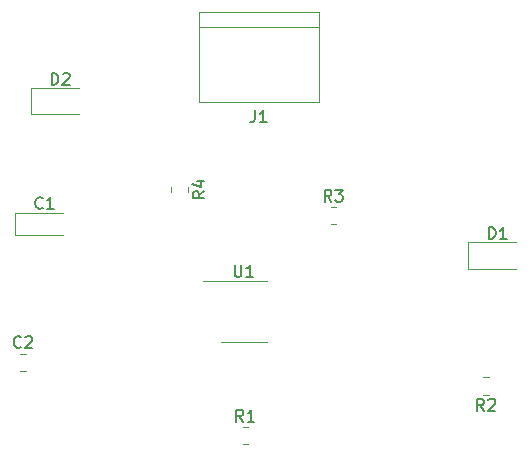
<source format=gbr>
%TF.GenerationSoftware,KiCad,Pcbnew,(6.0.10-0)*%
%TF.CreationDate,2023-02-17T16:15:27-08:00*%
%TF.ProjectId,Lab4 part2,4c616234-2070-4617-9274-322e6b696361,rev?*%
%TF.SameCoordinates,Original*%
%TF.FileFunction,Legend,Top*%
%TF.FilePolarity,Positive*%
%FSLAX46Y46*%
G04 Gerber Fmt 4.6, Leading zero omitted, Abs format (unit mm)*
G04 Created by KiCad (PCBNEW (6.0.10-0)) date 2023-02-17 16:15:27*
%MOMM*%
%LPD*%
G01*
G04 APERTURE LIST*
%ADD10C,0.150000*%
%ADD11C,0.120000*%
G04 APERTURE END LIST*
D10*
%TO.C,D1*%
X160271904Y-85632380D02*
X160271904Y-84632380D01*
X160510000Y-84632380D01*
X160652857Y-84680000D01*
X160748095Y-84775238D01*
X160795714Y-84870476D01*
X160843333Y-85060952D01*
X160843333Y-85203809D01*
X160795714Y-85394285D01*
X160748095Y-85489523D01*
X160652857Y-85584761D01*
X160510000Y-85632380D01*
X160271904Y-85632380D01*
X161795714Y-85632380D02*
X161224285Y-85632380D01*
X161510000Y-85632380D02*
X161510000Y-84632380D01*
X161414761Y-84775238D01*
X161319523Y-84870476D01*
X161224285Y-84918095D01*
%TO.C,C1*%
X122493333Y-82987142D02*
X122445714Y-83034761D01*
X122302857Y-83082380D01*
X122207619Y-83082380D01*
X122064761Y-83034761D01*
X121969523Y-82939523D01*
X121921904Y-82844285D01*
X121874285Y-82653809D01*
X121874285Y-82510952D01*
X121921904Y-82320476D01*
X121969523Y-82225238D01*
X122064761Y-82130000D01*
X122207619Y-82082380D01*
X122302857Y-82082380D01*
X122445714Y-82130000D01*
X122493333Y-82177619D01*
X123445714Y-83082380D02*
X122874285Y-83082380D01*
X123160000Y-83082380D02*
X123160000Y-82082380D01*
X123064761Y-82225238D01*
X122969523Y-82320476D01*
X122874285Y-82368095D01*
%TO.C,J1*%
X140466666Y-74742380D02*
X140466666Y-75456666D01*
X140419047Y-75599523D01*
X140323809Y-75694761D01*
X140180952Y-75742380D01*
X140085714Y-75742380D01*
X141466666Y-75742380D02*
X140895238Y-75742380D01*
X141180952Y-75742380D02*
X141180952Y-74742380D01*
X141085714Y-74885238D01*
X140990476Y-74980476D01*
X140895238Y-75028095D01*
%TO.C,R2*%
X159863333Y-100172380D02*
X159530000Y-99696190D01*
X159291904Y-100172380D02*
X159291904Y-99172380D01*
X159672857Y-99172380D01*
X159768095Y-99220000D01*
X159815714Y-99267619D01*
X159863333Y-99362857D01*
X159863333Y-99505714D01*
X159815714Y-99600952D01*
X159768095Y-99648571D01*
X159672857Y-99696190D01*
X159291904Y-99696190D01*
X160244285Y-99267619D02*
X160291904Y-99220000D01*
X160387142Y-99172380D01*
X160625238Y-99172380D01*
X160720476Y-99220000D01*
X160768095Y-99267619D01*
X160815714Y-99362857D01*
X160815714Y-99458095D01*
X160768095Y-99600952D01*
X160196666Y-100172380D01*
X160815714Y-100172380D01*
%TO.C,R1*%
X139483333Y-101092380D02*
X139150000Y-100616190D01*
X138911904Y-101092380D02*
X138911904Y-100092380D01*
X139292857Y-100092380D01*
X139388095Y-100140000D01*
X139435714Y-100187619D01*
X139483333Y-100282857D01*
X139483333Y-100425714D01*
X139435714Y-100520952D01*
X139388095Y-100568571D01*
X139292857Y-100616190D01*
X138911904Y-100616190D01*
X140435714Y-101092380D02*
X139864285Y-101092380D01*
X140150000Y-101092380D02*
X140150000Y-100092380D01*
X140054761Y-100235238D01*
X139959523Y-100330476D01*
X139864285Y-100378095D01*
%TO.C,R4*%
X136202380Y-81596666D02*
X135726190Y-81930000D01*
X136202380Y-82168095D02*
X135202380Y-82168095D01*
X135202380Y-81787142D01*
X135250000Y-81691904D01*
X135297619Y-81644285D01*
X135392857Y-81596666D01*
X135535714Y-81596666D01*
X135630952Y-81644285D01*
X135678571Y-81691904D01*
X135726190Y-81787142D01*
X135726190Y-82168095D01*
X135535714Y-80739523D02*
X136202380Y-80739523D01*
X135154761Y-80977619D02*
X135869047Y-81215714D01*
X135869047Y-80596666D01*
%TO.C,C2*%
X120650833Y-94757142D02*
X120603214Y-94804761D01*
X120460357Y-94852380D01*
X120365119Y-94852380D01*
X120222261Y-94804761D01*
X120127023Y-94709523D01*
X120079404Y-94614285D01*
X120031785Y-94423809D01*
X120031785Y-94280952D01*
X120079404Y-94090476D01*
X120127023Y-93995238D01*
X120222261Y-93900000D01*
X120365119Y-93852380D01*
X120460357Y-93852380D01*
X120603214Y-93900000D01*
X120650833Y-93947619D01*
X121031785Y-93947619D02*
X121079404Y-93900000D01*
X121174642Y-93852380D01*
X121412738Y-93852380D01*
X121507976Y-93900000D01*
X121555595Y-93947619D01*
X121603214Y-94042857D01*
X121603214Y-94138095D01*
X121555595Y-94280952D01*
X120984166Y-94852380D01*
X121603214Y-94852380D01*
%TO.C,R3*%
X146953333Y-82462380D02*
X146620000Y-81986190D01*
X146381904Y-82462380D02*
X146381904Y-81462380D01*
X146762857Y-81462380D01*
X146858095Y-81510000D01*
X146905714Y-81557619D01*
X146953333Y-81652857D01*
X146953333Y-81795714D01*
X146905714Y-81890952D01*
X146858095Y-81938571D01*
X146762857Y-81986190D01*
X146381904Y-81986190D01*
X147286666Y-81462380D02*
X147905714Y-81462380D01*
X147572380Y-81843333D01*
X147715238Y-81843333D01*
X147810476Y-81890952D01*
X147858095Y-81938571D01*
X147905714Y-82033809D01*
X147905714Y-82271904D01*
X147858095Y-82367142D01*
X147810476Y-82414761D01*
X147715238Y-82462380D01*
X147429523Y-82462380D01*
X147334285Y-82414761D01*
X147286666Y-82367142D01*
%TO.C,U1*%
X138758095Y-87832380D02*
X138758095Y-88641904D01*
X138805714Y-88737142D01*
X138853333Y-88784761D01*
X138948571Y-88832380D01*
X139139047Y-88832380D01*
X139234285Y-88784761D01*
X139281904Y-88737142D01*
X139329523Y-88641904D01*
X139329523Y-87832380D01*
X140329523Y-88832380D02*
X139758095Y-88832380D01*
X140043809Y-88832380D02*
X140043809Y-87832380D01*
X139948571Y-87975238D01*
X139853333Y-88070476D01*
X139758095Y-88118095D01*
%TO.C,D2*%
X123261904Y-72582380D02*
X123261904Y-71582380D01*
X123500000Y-71582380D01*
X123642857Y-71630000D01*
X123738095Y-71725238D01*
X123785714Y-71820476D01*
X123833333Y-72010952D01*
X123833333Y-72153809D01*
X123785714Y-72344285D01*
X123738095Y-72439523D01*
X123642857Y-72534761D01*
X123500000Y-72582380D01*
X123261904Y-72582380D01*
X124214285Y-71677619D02*
X124261904Y-71630000D01*
X124357142Y-71582380D01*
X124595238Y-71582380D01*
X124690476Y-71630000D01*
X124738095Y-71677619D01*
X124785714Y-71772857D01*
X124785714Y-71868095D01*
X124738095Y-72010952D01*
X124166666Y-72582380D01*
X124785714Y-72582380D01*
D11*
%TO.C,D1*%
X162610000Y-85865000D02*
X158550000Y-85865000D01*
X158550000Y-85865000D02*
X158550000Y-88135000D01*
X158550000Y-88135000D02*
X162610000Y-88135000D01*
%TO.C,C1*%
X120175000Y-83445000D02*
X120175000Y-85315000D01*
X120175000Y-85315000D02*
X124260000Y-85315000D01*
X124260000Y-83445000D02*
X120175000Y-83445000D01*
%TO.C,J1*%
X135720000Y-66400000D02*
X135720000Y-74020000D01*
X135720000Y-67670000D02*
X145880000Y-67670000D01*
X135720000Y-74020000D02*
X145880000Y-74020000D01*
X145880000Y-66400000D02*
X135720000Y-66400000D01*
X145880000Y-74020000D02*
X145880000Y-66400000D01*
%TO.C,R2*%
X160257064Y-97335000D02*
X159802936Y-97335000D01*
X160257064Y-98805000D02*
X159802936Y-98805000D01*
%TO.C,R1*%
X139422936Y-103025000D02*
X139877064Y-103025000D01*
X139422936Y-101555000D02*
X139877064Y-101555000D01*
%TO.C,R4*%
X133365000Y-81202936D02*
X133365000Y-81657064D01*
X134835000Y-81202936D02*
X134835000Y-81657064D01*
%TO.C,C2*%
X120556248Y-95345000D02*
X121078752Y-95345000D01*
X120556248Y-96815000D02*
X121078752Y-96815000D01*
%TO.C,R3*%
X146892936Y-82925000D02*
X147347064Y-82925000D01*
X146892936Y-84395000D02*
X147347064Y-84395000D01*
%TO.C,U1*%
X139520000Y-89220000D02*
X141470000Y-89220000D01*
X139520000Y-89220000D02*
X136070000Y-89220000D01*
X139520000Y-94340000D02*
X141470000Y-94340000D01*
X139520000Y-94340000D02*
X137570000Y-94340000D01*
%TO.C,D2*%
X121540000Y-75085000D02*
X125600000Y-75085000D01*
X125600000Y-72815000D02*
X121540000Y-72815000D01*
X121540000Y-72815000D02*
X121540000Y-75085000D01*
%TD*%
M02*

</source>
